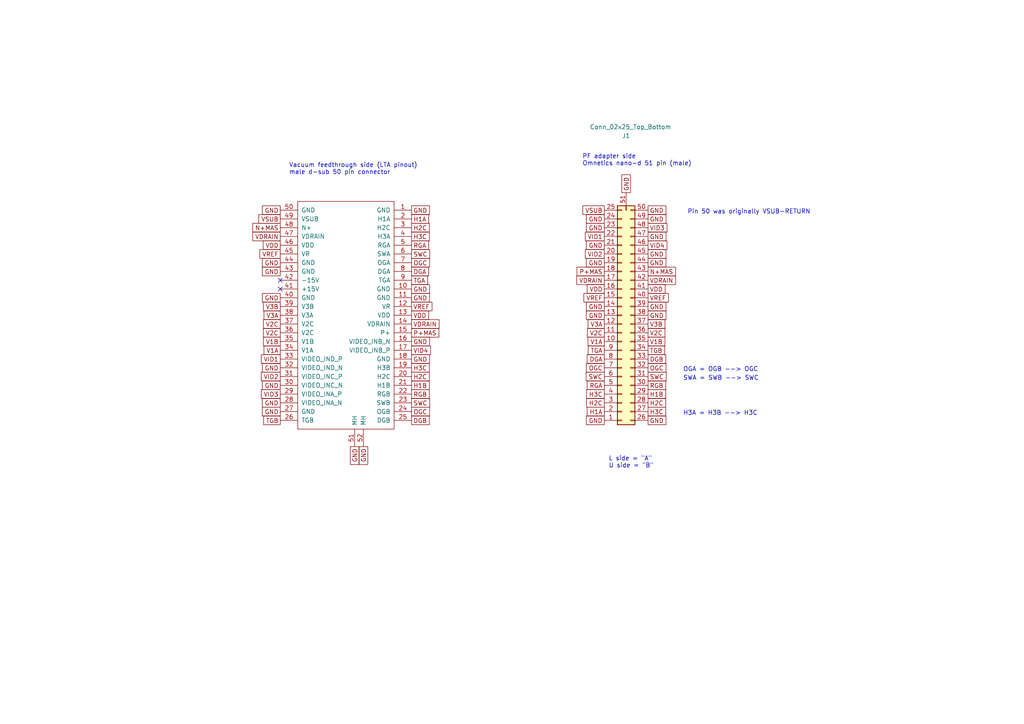
<source format=kicad_sch>
(kicad_sch (version 20230121) (generator eeschema)
  (paper "A4")
  (title_block (title "AstroDewar MAS Flex") (date "2024-02-26") (rev "1") (company "Lawrence Berkeley National Laboratory"))
  (lib_symbols
    (symbol "Connector_Generic:Conn_02x25_Top_Bottom" (pin_names (offset 1.016) hide)
      (property "Reference" "J1" (at 2.54 -43.18 0))
      (property "Value" "Conn_02x25_Top_Bottom" (at 2.54 -45.72 0))
      (symbol "Conn_02x25_Top_Bottom_1_1"
        (rectangle (start -1.27 -30.353) (end 0 -30.607) (stroke (width 0.1524)))
        (rectangle (start -1.27 -27.813) (end 0 -28.067) (stroke (width 0.1524)))
        (rectangle (start -1.27 -25.273) (end 0 -25.527) (stroke (width 0.1524)))
        (rectangle (start -1.27 -22.733) (end 0 -22.987) (stroke (width 0.1524)))
        (rectangle (start -1.27 -20.193) (end 0 -20.447) (stroke (width 0.1524)))
        (rectangle (start -1.27 -17.653) (end 0 -17.907) (stroke (width 0.1524)))
        (rectangle (start -1.27 -15.113) (end 0 -15.367) (stroke (width 0.1524)))
        (rectangle (start -1.27 -12.573) (end 0 -12.827) (stroke (width 0.1524)))
        (rectangle (start -1.27 -10.033) (end 0 -10.287) (stroke (width 0.1524)))
        (rectangle (start -1.27 -7.493) (end 0 -7.747) (stroke (width 0.1524)))
        (rectangle (start -1.27 -4.953) (end 0 -5.207) (stroke (width 0.1524)))
        (rectangle (start -1.27 -2.413) (end 0 -2.667) (stroke (width 0.1524)))
        (rectangle (start -1.27 0.127) (end 0 -0.127) (stroke (width 0.1524)))
        (rectangle (start -1.27 2.667) (end 0 2.413) (stroke (width 0.1524)))
        (rectangle (start -1.27 5.207) (end 0 4.953) (stroke (width 0.1524)))
        (rectangle (start -1.27 7.747) (end 0 7.493) (stroke (width 0.1524)))
        (rectangle (start -1.27 10.287) (end 0 10.033) (stroke (width 0.1524)))
        (rectangle (start -1.27 12.827) (end 0 12.573) (stroke (width 0.1524)))
        (rectangle (start -1.27 15.367) (end 0 15.113) (stroke (width 0.1524)))
        (rectangle (start -1.27 17.907) (end 0 17.653) (stroke (width 0.1524)))
        (rectangle (start -1.27 20.447) (end 0 20.193) (stroke (width 0.1524)))
        (rectangle (start -1.27 22.987) (end 0 22.733) (stroke (width 0.1524)))
        (rectangle (start -1.27 25.527) (end 0 25.273) (stroke (width 0.1524)))
        (rectangle (start -1.27 28.067) (end 0 27.813) (stroke (width 0.1524)))
        (rectangle (start -1.27 30.607) (end 0 30.353) (stroke (width 0.1524)))
        (rectangle (start -1.27 31.75) (end 3.81 -31.75) (stroke (width 0.254)) (fill (type background)))
        (rectangle (start 1.397 -30.48) (end 1.143 -31.75) (stroke (width 0.1524)))
        (rectangle (start 2.54 -30.353) (end 3.81 -30.607) (stroke (width 0.1524)))
        (rectangle (start 3.81 -27.813) (end 2.54 -28.067) (stroke (width 0.1524)))
        (rectangle (start 3.81 -25.273) (end 2.54 -25.527) (stroke (width 0.1524)))
        (rectangle (start 3.81 -22.733) (end 2.54 -22.987) (stroke (width 0.1524)))
        (rectangle (start 3.81 -20.193) (end 2.54 -20.447) (stroke (width 0.1524)))
        (rectangle (start 3.81 -17.653) (end 2.54 -17.907) (stroke (width 0.1524)))
        (rectangle (start 3.81 -15.113) (end 2.54 -15.367) (stroke (width 0.1524)))
        (rectangle (start 3.81 -12.573) (end 2.54 -12.827) (stroke (width 0.1524)))
        (rectangle (start 3.81 -10.033) (end 2.54 -10.287) (stroke (width 0.1524)))
        (rectangle (start 3.81 -7.493) (end 2.54 -7.747) (stroke (width 0.1524)))
        (rectangle (start 3.81 -4.953) (end 2.54 -5.207) (stroke (width 0.1524)))
        (rectangle (start 3.81 -2.413) (end 2.54 -2.667) (stroke (width 0.1524)))
        (rectangle (start 3.81 0.127) (end 2.54 -0.127) (stroke (width 0.1524)))
        (rectangle (start 3.81 2.667) (end 2.54 2.413) (stroke (width 0.1524)))
        (rectangle (start 3.81 5.207) (end 2.54 4.953) (stroke (width 0.1524)))
        (rectangle (start 3.81 7.747) (end 2.54 7.493) (stroke (width 0.1524)))
        (rectangle (start 3.81 10.287) (end 2.54 10.033) (stroke (width 0.1524)))
        (rectangle (start 3.81 12.827) (end 2.54 12.573) (stroke (width 0.1524)))
        (rectangle (start 3.81 15.367) (end 2.54 15.113) (stroke (width 0.1524)))
        (rectangle (start 3.81 17.907) (end 2.54 17.653) (stroke (width 0.1524)))
        (rectangle (start 3.81 20.447) (end 2.54 20.193) (stroke (width 0.1524)))
        (rectangle (start 3.81 22.987) (end 2.54 22.733) (stroke (width 0.1524)))
        (rectangle (start 3.81 25.527) (end 2.54 25.273) (stroke (width 0.1524)))
        (rectangle (start 3.81 28.067) (end 2.54 27.813) (stroke (width 0.1524)))
        (rectangle (start 3.81 30.607) (end 2.54 30.353) (stroke (width 0.1524)))
        (pin passive line (at -5.08 30.48 0) (length 3.81) (name "Pin_1") (number "1"))
        (pin passive line (at -5.08 7.62 0) (length 3.81) (name "Pin_10") (number "10"))
        (pin passive line (at -5.08 5.08 0) (length 3.81) (name "Pin_11") (number "11"))
        (pin passive line (at -5.08 2.54 0) (length 3.81) (name "Pin_12") (number "12"))
        (pin passive line (at -5.08 0 0) (length 3.81) (name "Pin_13") (number "13"))
        (pin passive line (at -5.08 -2.54 0) (length 3.81) (name "Pin_14") (number "14"))
        (pin passive line (at -5.08 -5.08 0) (length 3.81) (name "Pin_15") (number "15"))
        (pin passive line (at -5.08 -7.62 0) (length 3.81) (name "Pin_16") (number "16"))
        (pin passive line (at -5.08 -10.16 0) (length 3.81) (name "Pin_17") (number "17"))
        (pin passive line (at -5.08 -12.7 0) (length 3.81) (name "Pin_18") (number "18"))
        (pin passive line (at -5.08 -15.24 0) (length 3.81) (name "Pin_19") (number "19"))
        (pin passive line (at -5.08 27.94 0) (length 3.81) (name "Pin_2") (number "2"))
        (pin passive line (at -5.08 -17.78 0) (length 3.81) (name "Pin_20") (number "20"))
        (pin passive line (at -5.08 -20.32 0) (length 3.81) (name "Pin_21") (number "21"))
        (pin passive line (at -5.08 -22.86 0) (length 3.81) (name "Pin_22") (number "22"))
        (pin passive line (at -5.08 -25.4 0) (length 3.81) (name "Pin_23") (number "23"))
        (pin passive line (at -5.08 -27.94 0) (length 3.81) (name "Pin_24") (number "24"))
        (pin passive line (at -5.08 -30.48 0) (length 3.81) (name "Pin_25") (number "25"))
        (pin passive line (at 7.62 30.48 180) (length 3.81) (name "Pin_26") (number "26"))
        (pin passive line (at 7.62 27.94 180) (length 3.81) (name "Pin_27") (number "27"))
        (pin passive line (at 7.62 25.4 180) (length 3.81) (name "Pin_28") (number "28"))
        (pin passive line (at 7.62 22.86 180) (length 3.81) (name "Pin_29") (number "29"))
        (pin passive line (at -5.08 25.4 0) (length 3.81) (name "Pin_3") (number "3"))
        (pin passive line (at 7.62 20.32 180) (length 3.81) (name "Pin_30") (number "30"))
        (pin passive line (at 7.62 17.78 180) (length 3.81) (name "Pin_31") (number "31"))
        (pin passive line (at 7.62 15.24 180) (length 3.81) (name "Pin_32") (number "32"))
        (pin passive line (at 7.62 12.7 180) (length 3.81) (name "Pin_33") (number "33"))
        (pin passive line (at 7.62 10.16 180) (length 3.81) (name "Pin_34") (number "34"))
        (pin passive line (at 7.62 7.62 180) (length 3.81) (name "Pin_35") (number "35"))
        (pin passive line (at 7.62 5.08 180) (length 3.81) (name "Pin_36") (number "36"))
        (pin passive line (at 7.62 2.54 180) (length 3.81) (name "Pin_37") (number "37"))
        (pin passive line (at 7.62 0 180) (length 3.81) (name "Pin_38") (number "38"))
        (pin passive line (at 7.62 -2.54 180) (length 3.81) (name "Pin_39") (number "39"))
        (pin passive line (at -5.08 22.86 0) (length 3.81) (name "Pin_4") (number "4"))
        (pin passive line (at 7.62 -5.08 180) (length 3.81) (name "Pin_40") (number "40"))
        (pin passive line (at 7.62 -7.62 180) (length 3.81) (name "Pin_41") (number "41"))
        (pin passive line (at 7.62 -10.16 180) (length 3.81) (name "Pin_42") (number "42"))
        (pin passive line (at 7.62 -12.7 180) (length 3.81) (name "Pin_43") (number "43"))
        (pin passive line (at 7.62 -15.24 180) (length 3.81) (name "Pin_44") (number "44"))
        (pin passive line (at 7.62 -17.78 180) (length 3.81) (name "Pin_45") (number "45"))
        (pin passive line (at 7.62 -20.32 180) (length 3.81) (name "Pin_46") (number "46"))
        (pin passive line (at 7.62 -22.86 180) (length 3.81) (name "Pin_47") (number "47"))
        (pin passive line (at 7.62 -25.4 180) (length 3.81) (name "Pin_48") (number "48"))
        (pin passive line (at 7.62 -27.94 180) (length 3.81) (name "Pin_49") (number "49"))
        (pin passive line (at -5.08 20.32 0) (length 3.81) (name "Pin_5") (number "5"))
        (pin passive line (at 7.62 -30.48 180) (length 3.81) (name "Pin_50") (number "50"))
        (pin passive line (at 1.27 -35.56 90) (length 3.81) (name "Pin_50") (number "51"))
        (pin passive line (at -5.08 17.78 0) (length 3.81) (name "Pin_6") (number "6"))
        (pin passive line (at -5.08 15.24 0) (length 3.81) (name "Pin_7") (number "7"))
        (pin passive line (at -5.08 12.7 0) (length 3.81) (name "Pin_8") (number "8"))
        (pin passive line (at -5.08 10.16 0) (length 3.81) (name "Pin_9") (number "9"))
      )
    )
    (symbol "projectSchLibrary:DB-50-LTA-V2" (pin_names (offset 1.016))
      (property "Reference" "U" (at 11.43 31.75 0))
      (property "Value" "DB-50-LTA-V2" (at -5.08 31.75 0))
      (symbol "DB-50-LTA-V2_0_1"
        (rectangle (start -13.97 30.48) (end 13.97 -35.56))
      )
      (symbol "DB-50-LTA-V2_1_1"
        (pin bidirectional line (at 19.05 27.94 180) (length 5.08) (name "GND") (number "1"))
        (pin bidirectional line (at 19.05 5.08 180) (length 5.08) (name "GND") (number "10"))
        (pin bidirectional line (at 19.05 2.54 180) (length 5.08) (name "GND") (number "11"))
        (pin bidirectional line (at 19.05 0 180) (length 5.08) (name "VR") (number "12"))
        (pin bidirectional line (at 19.05 -2.54 180) (length 5.08) (name "VDD") (number "13"))
        (pin bidirectional line (at 19.05 -5.08 180) (length 5.08) (name "VDRAIN") (number "14"))
        (pin bidirectional line (at 19.05 -7.62 180) (length 5.08) (name "P+") (number "15"))
        (pin bidirectional line (at 19.05 -10.16 180) (length 5.08) (name "VIDEO_INB_N") (number "16"))
        (pin bidirectional line (at 19.05 -12.7 180) (length 5.08) (name "VIDEO_INB_P") (number "17"))
        (pin bidirectional line (at 19.05 -15.24 180) (length 5.08) (name "GND") (number "18"))
        (pin bidirectional line (at 19.05 -17.78 180) (length 5.08) (name "H3B") (number "19"))
        (pin bidirectional line (at 19.05 25.4 180) (length 5.08) (name "H1A") (number "2"))
        (pin bidirectional line (at 19.05 -20.32 180) (length 5.08) (name "H2C") (number "20"))
        (pin bidirectional line (at 19.05 -22.86 180) (length 5.08) (name "H1B") (number "21"))
        (pin bidirectional line (at 19.05 -25.4 180) (length 5.08) (name "RGB") (number "22"))
        (pin bidirectional line (at 19.05 -27.94 180) (length 5.08) (name "SWB") (number "23"))
        (pin bidirectional line (at 19.05 -30.48 180) (length 5.08) (name "OGB") (number "24"))
        (pin bidirectional line (at 19.05 -33.02 180) (length 5.08) (name "DGB") (number "25"))
        (pin bidirectional line (at -19.05 -33.02 0) (length 5.08) (name "TGB") (number "26"))
        (pin bidirectional line (at -19.05 -30.48 0) (length 5.08) (name "GND") (number "27"))
        (pin bidirectional line (at -19.05 -27.94 0) (length 5.08) (name "VIDEO_INA_N") (number "28"))
        (pin bidirectional line (at -19.05 -25.4 0) (length 5.08) (name "VIDEO_INA_P") (number "29"))
        (pin input line (at 19.05 22.86 180) (length 5.08) (name "H2C") (number "3"))
        (pin bidirectional line (at -19.05 -22.86 0) (length 5.08) (name "VIDEO_INC_N") (number "30"))
        (pin bidirectional line (at -19.05 -20.32 0) (length 5.08) (name "VIDEO_INC_P") (number "31"))
        (pin bidirectional line (at -19.05 -17.78 0) (length 5.08) (name "VIDEO_IND_N") (number "32"))
        (pin bidirectional line (at -19.05 -15.24 0) (length 5.08) (name "VIDEO_IND_P") (number "33"))
        (pin bidirectional line (at -19.05 -12.7 0) (length 5.08) (name "V1A") (number "34"))
        (pin bidirectional line (at -19.05 -10.16 0) (length 5.08) (name "V1B") (number "35"))
        (pin bidirectional line (at -19.05 -7.62 0) (length 5.08) (name "V2C") (number "36"))
        (pin bidirectional line (at -19.05 -5.08 0) (length 5.08) (name "V2C") (number "37"))
        (pin bidirectional line (at -19.05 -2.54 0) (length 5.08) (name "V3A") (number "38"))
        (pin bidirectional line (at -19.05 0 0) (length 5.08) (name "V3B") (number "39"))
        (pin bidirectional line (at 19.05 20.32 180) (length 5.08) (name "H3A") (number "4"))
        (pin bidirectional line (at -19.05 2.54 0) (length 5.08) (name "GND") (number "40"))
        (pin bidirectional line (at -19.05 5.08 0) (length 5.08) (name "+15V") (number "41"))
        (pin bidirectional line (at -19.05 7.62 0) (length 5.08) (name "-15V") (number "42"))
        (pin bidirectional line (at -19.05 10.16 0) (length 5.08) (name "GND") (number "43"))
        (pin bidirectional line (at -19.05 12.7 0) (length 5.08) (name "GND") (number "44"))
        (pin bidirectional line (at -19.05 15.24 0) (length 5.08) (name "VR") (number "45"))
        (pin bidirectional line (at -19.05 17.78 0) (length 5.08) (name "VDD") (number "46"))
        (pin bidirectional line (at -19.05 20.32 0) (length 5.08) (name "VDRAIN") (number "47"))
        (pin bidirectional line (at -19.05 22.86 0) (length 5.08) (name "N+") (number "48"))
        (pin bidirectional line (at -19.05 25.4 0) (length 5.08) (name "VSUB") (number "49"))
        (pin bidirectional line (at 19.05 17.78 180) (length 5.08) (name "RGA") (number "5"))
        (pin bidirectional line (at -19.05 27.94 0) (length 5.08) (name "GND") (number "50"))
        (pin bidirectional line (at 2.54 -40.64 90) (length 5.08) (name "MH") (number "51"))
        (pin bidirectional line (at 5.08 -40.64 90) (length 5.08) (name "MH") (number "52"))
        (pin bidirectional line (at 19.05 15.24 180) (length 5.08) (name "SWA") (number "6"))
        (pin bidirectional line (at 19.05 12.7 180) (length 5.08) (name "OGA") (number "7"))
        (pin bidirectional line (at 19.05 10.16 180) (length 5.08) (name "DGA") (number "8"))
        (pin bidirectional line (at 19.05 7.62 180) (length 5.08) (name "TGA") (number "9"))
      )
    )
  )
  (no_connect (at 81.28 81.28))
  (no_connect (at 81.28 83.82))
  (text "L side = \"A\"\nU side = \"B\"" (at 176.53 135.89 0) (effects (font (size 1.27 1.27)) (justify left bottom)))
  (text "H3A = H3B --> H3C" (at 198.12 120.65 0) (effects (font (size 1.27 1.27)) (justify left bottom)))
  (text "PF adapter side\nOmnetics nano-d 51 pin (male)" (at 168.91 48.26 0) (effects (font (size 1.27 1.27)) (justify left bottom)))
  (text "Vacuum feedthrough side (LTA pinout)\nmale d-sub 50 pin connector" (at 83.82 50.8 0) (effects (font (size 1.27 1.27)) (justify left bottom)))
  (text "OGA = OGB --> OGC" (at 198.12 107.95 0) (effects (font (size 1.27 1.27)) (justify left bottom)))
  (text "SWA = SWB --> SWC" (at 198.12 110.49 0) (effects (font (size 1.27 1.27)) (justify left bottom)))
  (text "Pin 50 was originally VSUB-RETURN" (at 199.39 62.23 0) (effects (font (size 1.27 1.27)) (justify left bottom)))
  (global_label "VDRAIN" (shape passive) (at 81.28 68.58 180) (property "Intersheetrefs" "${INTERSHEET_REFS}" (effects hide)))
  (global_label "GND" (shape passive) (at 181.61 55.88 90) (property "Intersheetrefs" "${INTERSHEET_REFS}" (effects hide)))
  (global_label "VID3" (shape passive) (at 81.28 114.3 180) (property "Intersheetrefs" "${INTERSHEET_REFS}" (effects hide)))
  (global_label "H3C" (shape passive) (at 119.38 106.68 0) (property "Intersheetrefs" "${INTERSHEET_REFS}" (effects hide)))
  (global_label "GND" (shape passive) (at 81.28 78.74 180) (property "Intersheetrefs" "${INTERSHEET_REFS}" (effects hide)))
  (global_label "VDD" (shape passive) (at 81.28 71.12 180) (property "Intersheetrefs" "${INTERSHEET_REFS}" (effects hide)))
  (global_label "GND" (shape passive) (at 187.96 76.2 0) (property "Intersheetrefs" "${INTERSHEET_REFS}" (effects hide)))
  (global_label "H2C" (shape passive) (at 119.38 109.22 0) (property "Intersheetrefs" "${INTERSHEET_REFS}" (effects hide)))
  (global_label "VREF" (shape passive) (at 119.38 88.9 0) (property "Intersheetrefs" "${INTERSHEET_REFS}" (effects hide)))
  (global_label "V3B" (shape passive) (at 81.28 88.9 180) (property "Intersheetrefs" "${INTERSHEET_REFS}" (effects hide)))
  (global_label "GND" (shape passive) (at 119.38 60.96 0) (property "Intersheetrefs" "${INTERSHEET_REFS}" (effects hide)))
  (global_label "VREF" (shape passive) (at 187.96 86.36 0) (property "Intersheetrefs" "${INTERSHEET_REFS}" (effects hide)))
  (global_label "VID1" (shape passive) (at 81.28 104.14 180) (property "Intersheetrefs" "${INTERSHEET_REFS}" (effects hide)))
  (global_label "GND" (shape passive) (at 175.26 91.44 180) (property "Intersheetrefs" "${INTERSHEET_REFS}" (effects hide)))
  (global_label "V1B" (shape passive) (at 81.28 99.06 180) (property "Intersheetrefs" "${INTERSHEET_REFS}" (effects hide)))
  (global_label "TGB" (shape passive) (at 187.96 101.6 0) (property "Intersheetrefs" "${INTERSHEET_REFS}" (effects hide)))
  (global_label "OGC" (shape passive) (at 119.38 119.38 0) (property "Intersheetrefs" "${INTERSHEET_REFS}" (effects hide)))
  (global_label "H1A" (shape passive) (at 175.26 119.38 180) (property "Intersheetrefs" "${INTERSHEET_REFS}" (effects hide)))
  (global_label "GND" (shape passive) (at 81.28 86.36 180) (property "Intersheetrefs" "${INTERSHEET_REFS}" (effects hide)))
  (global_label "GND" (shape passive) (at 105.41 129.54 270) (property "Intersheetrefs" "${INTERSHEET_REFS}" (effects hide)))
  (global_label "V3A" (shape passive) (at 81.28 91.44 180) (property "Intersheetrefs" "${INTERSHEET_REFS}" (effects hide)))
  (global_label "VID4" (shape passive) (at 119.38 101.6 0) (property "Intersheetrefs" "${INTERSHEET_REFS}" (effects hide)))
  (global_label "GND" (shape passive) (at 187.96 121.92 0) (property "Intersheetrefs" "${INTERSHEET_REFS}" (effects hide)))
  (global_label "GND" (shape passive) (at 175.26 71.12 180) (property "Intersheetrefs" "${INTERSHEET_REFS}" (effects hide)))
  (global_label "VID2" (shape passive) (at 175.26 73.66 180) (property "Intersheetrefs" "${INTERSHEET_REFS}" (effects hide)))
  (global_label "GND" (shape passive) (at 81.28 106.68 180) (property "Intersheetrefs" "${INTERSHEET_REFS}" (effects hide)))
  (global_label "OGC" (shape passive) (at 187.96 106.68 0) (property "Intersheetrefs" "${INTERSHEET_REFS}" (effects hide)))
  (global_label "VDD" (shape passive) (at 187.96 83.82 0) (property "Intersheetrefs" "${INTERSHEET_REFS}" (effects hide)))
  (global_label "H3C" (shape passive) (at 119.38 68.58 0) (property "Intersheetrefs" "${INTERSHEET_REFS}" (effects hide)))
  (global_label "TGA" (shape passive) (at 119.38 81.28 0) (property "Intersheetrefs" "${INTERSHEET_REFS}" (effects hide)))
  (global_label "DGB" (shape passive) (at 119.38 121.92 0) (property "Intersheetrefs" "${INTERSHEET_REFS}" (effects hide)))
  (global_label "H2C" (shape passive) (at 175.26 116.84 180) (property "Intersheetrefs" "${INTERSHEET_REFS}" (effects hide)))
  (global_label "TGA" (shape passive) (at 175.26 101.6 180) (property "Intersheetrefs" "${INTERSHEET_REFS}" (effects hide)))
  (global_label "V2C" (shape passive) (at 187.96 96.52 0) (property "Intersheetrefs" "${INTERSHEET_REFS}" (effects hide)))
  (global_label "DGA" (shape passive) (at 119.38 78.74 0) (property "Intersheetrefs" "${INTERSHEET_REFS}" (effects hide)))
  (global_label "GND" (shape passive) (at 187.96 68.58 0) (property "Intersheetrefs" "${INTERSHEET_REFS}" (effects hide)))
  (global_label "H3C" (shape passive) (at 175.26 114.3 180) (property "Intersheetrefs" "${INTERSHEET_REFS}" (effects hide)))
  (global_label "SWC" (shape passive) (at 175.26 109.22 180) (property "Intersheetrefs" "${INTERSHEET_REFS}" (effects hide)))
  (global_label "GND" (shape passive) (at 175.26 76.2 180) (property "Intersheetrefs" "${INTERSHEET_REFS}" (effects hide)))
  (global_label "GND" (shape passive) (at 102.87 129.54 270) (property "Intersheetrefs" "${INTERSHEET_REFS}" (effects hide)))
  (global_label "VDRAIN" (shape passive) (at 119.38 93.98 0) (property "Intersheetrefs" "${INTERSHEET_REFS}" (effects hide)))
  (global_label "GND" (shape passive) (at 187.96 91.44 0) (property "Intersheetrefs" "${INTERSHEET_REFS}" (effects hide)))
  (global_label "VDD" (shape passive) (at 119.38 91.44 0) (property "Intersheetrefs" "${INTERSHEET_REFS}" (effects hide)))
  (global_label "VSUB" (shape passive) (at 175.26 60.96 180) (property "Intersheetrefs" "${INTERSHEET_REFS}" (effects hide)))
  (global_label "GND" (shape passive) (at 175.26 121.92 180) (property "Intersheetrefs" "${INTERSHEET_REFS}" (effects hide)))
  (global_label "OGC" (shape passive) (at 119.38 76.2 0) (property "Intersheetrefs" "${INTERSHEET_REFS}" (effects hide)))
  (global_label "SWC" (shape passive) (at 187.96 109.22 0) (property "Intersheetrefs" "${INTERSHEET_REFS}" (effects hide)))
  (global_label "GND" (shape passive) (at 119.38 99.06 0) (property "Intersheetrefs" "${INTERSHEET_REFS}" (effects hide)))
  (global_label "GND" (shape passive) (at 81.28 119.38 180) (property "Intersheetrefs" "${INTERSHEET_REFS}" (effects hide)))
  (global_label "V3B" (shape passive) (at 187.96 93.98 0) (property "Intersheetrefs" "${INTERSHEET_REFS}" (effects hide)))
  (global_label "VID2" (shape passive) (at 81.28 109.22 180) (property "Intersheetrefs" "${INTERSHEET_REFS}" (effects hide)))
  (global_label "VID1" (shape passive) (at 175.26 68.58 180) (property "Intersheetrefs" "${INTERSHEET_REFS}" (effects hide)))
  (global_label "GND" (shape passive) (at 119.38 86.36 0) (property "Intersheetrefs" "${INTERSHEET_REFS}" (effects hide)))
  (global_label "RGB" (shape passive) (at 119.38 114.3 0) (property "Intersheetrefs" "${INTERSHEET_REFS}" (effects hide)))
  (global_label "GND" (shape passive) (at 81.28 111.76 180) (property "Intersheetrefs" "${INTERSHEET_REFS}" (effects hide)))
  (global_label "VDD" (shape passive) (at 175.26 83.82 180) (property "Intersheetrefs" "${INTERSHEET_REFS}" (effects hide)))
  (global_label "N+MAS" (shape passive) (at 81.28 66.04 180) (property "Intersheetrefs" "${INTERSHEET_REFS}" (effects hide)))
  (global_label "V2C" (shape passive) (at 81.28 96.52 180) (property "Intersheetrefs" "${INTERSHEET_REFS}" (effects hide)))
  (global_label "GND" (shape passive) (at 187.96 63.5 0) (property "Intersheetrefs" "${INTERSHEET_REFS}" (effects hide)))
  (global_label "H3C" (shape passive) (at 187.96 119.38 0) (property "Intersheetrefs" "${INTERSHEET_REFS}" (effects hide)))
  (global_label "VDRAIN" (shape passive) (at 187.96 81.28 0) (property "Intersheetrefs" "${INTERSHEET_REFS}" (effects hide)))
  (global_label "GND" (shape passive) (at 175.26 66.04 180) (property "Intersheetrefs" "${INTERSHEET_REFS}" (effects hide)))
  (global_label "GND" (shape passive) (at 175.26 88.9 180) (property "Intersheetrefs" "${INTERSHEET_REFS}" (effects hide)))
  (global_label "DGB" (shape passive) (at 187.96 104.14 0) (property "Intersheetrefs" "${INTERSHEET_REFS}" (effects hide)))
  (global_label "H1B" (shape passive) (at 187.96 114.3 0) (property "Intersheetrefs" "${INTERSHEET_REFS}" (effects hide)))
  (global_label "H1A" (shape passive) (at 119.38 63.5 0) (property "Intersheetrefs" "${INTERSHEET_REFS}" (effects hide)))
  (global_label "H2C" (shape passive) (at 187.96 116.84 0) (property "Intersheetrefs" "${INTERSHEET_REFS}" (effects hide)))
  (global_label "GND" (shape passive) (at 81.28 76.2 180) (property "Intersheetrefs" "${INTERSHEET_REFS}" (effects hide)))
  (global_label "GND" (shape passive) (at 187.96 73.66 0) (property "Intersheetrefs" "${INTERSHEET_REFS}" (effects hide)))
  (global_label "GND" (shape passive) (at 119.38 104.14 0) (property "Intersheetrefs" "${INTERSHEET_REFS}" (effects hide)))
  (global_label "P+MAS" (shape passive) (at 175.26 78.74 180) (property "Intersheetrefs" "${INTERSHEET_REFS}" (effects hide)))
  (global_label "V1B" (shape passive) (at 187.96 99.06 0) (property "Intersheetrefs" "${INTERSHEET_REFS}" (effects hide)))
  (global_label "N+MAS" (shape passive) (at 187.96 78.74 0) (property "Intersheetrefs" "${INTERSHEET_REFS}" (effects hide)))
  (global_label "GND" (shape passive) (at 175.26 63.5 180) (property "Intersheetrefs" "${INTERSHEET_REFS}" (effects hide)))
  (global_label "V2C" (shape passive) (at 175.26 96.52 180) (property "Intersheetrefs" "${INTERSHEET_REFS}" (effects hide)))
  (global_label "GND" (shape passive) (at 187.96 60.96 0) (property "Intersheetrefs" "${INTERSHEET_REFS}" (effects hide)))
  (global_label "VDRAIN" (shape passive) (at 175.26 81.28 180) (property "Intersheetrefs" "${INTERSHEET_REFS}" (effects hide)))
  (global_label "SWC" (shape passive) (at 119.38 116.84 0) (property "Intersheetrefs" "${INTERSHEET_REFS}" (effects hide)))
  (global_label "VID3" (shape passive) (at 187.96 66.04 0) (property "Intersheetrefs" "${INTERSHEET_REFS}" (effects hide)))
  (global_label "RGA" (shape passive) (at 175.26 111.76 180) (property "Intersheetrefs" "${INTERSHEET_REFS}" (effects hide)))
  (global_label "H2C" (shape passive) (at 119.38 66.04 0) (property "Intersheetrefs" "${INTERSHEET_REFS}" (effects hide)))
  (global_label "VREF" (shape passive) (at 175.26 86.36 180) (property "Intersheetrefs" "${INTERSHEET_REFS}" (effects hide)))
  (global_label "VSUB" (shape passive) (at 81.28 63.5 180) (property "Intersheetrefs" "${INTERSHEET_REFS}" (effects hide)))
  (global_label "VREF" (shape passive) (at 81.28 73.66 180) (property "Intersheetrefs" "${INTERSHEET_REFS}" (effects hide)))
  (global_label "SWC" (shape passive) (at 119.38 73.66 0) (property "Intersheetrefs" "${INTERSHEET_REFS}" (effects hide)))
  (global_label "V1A" (shape passive) (at 81.28 101.6 180) (property "Intersheetrefs" "${INTERSHEET_REFS}" (effects hide)))
  (global_label "RGB" (shape passive) (at 187.96 111.76 0) (property "Intersheetrefs" "${INTERSHEET_REFS}" (effects hide)))
  (global_label "H1B" (shape passive) (at 119.38 111.76 0) (property "Intersheetrefs" "${INTERSHEET_REFS}" (effects hide)))
  (global_label "GND" (shape passive) (at 81.28 60.96 180) (property "Intersheetrefs" "${INTERSHEET_REFS}" (effects hide)))
  (global_label "DGA" (shape passive) (at 175.26 104.14 180) (property "Intersheetrefs" "${INTERSHEET_REFS}" (effects hide)))
  (global_label "OGC" (shape passive) (at 175.26 106.68 180) (property "Intersheetrefs" "${INTERSHEET_REFS}" (effects hide)))
  (global_label "GND" (shape passive) (at 187.96 88.9 0) (property "Intersheetrefs" "${INTERSHEET_REFS}" (effects hide)))
  (global_label "TGB" (shape passive) (at 81.28 121.92 180) (property "Intersheetrefs" "${INTERSHEET_REFS}" (effects hide)))
  (global_label "V2C" (shape passive) (at 81.28 93.98 180) (property "Intersheetrefs" "${INTERSHEET_REFS}" (effects hide)))
  (global_label "VID4" (shape passive) (at 187.96 71.12 0) (property "Intersheetrefs" "${INTERSHEET_REFS}" (effects hide)))
  (global_label "V3A" (shape passive) (at 175.26 93.98 180) (property "Intersheetrefs" "${INTERSHEET_REFS}" (effects hide)))
  (global_label "GND" (shape passive) (at 81.28 116.84 180) (property "Intersheetrefs" "${INTERSHEET_REFS}" (effects hide)))
  (global_label "RGA" (shape passive) (at 119.38 71.12 0) (property "Intersheetrefs" "${INTERSHEET_REFS}" (effects hide)))
  (global_label "GND" (shape passive) (at 119.38 83.82 0) (property "Intersheetrefs" "${INTERSHEET_REFS}" (effects hide)))
  (global_label "P+MAS" (shape passive) (at 119.38 96.52 0) (property "Intersheetrefs" "${INTERSHEET_REFS}" (effects hide)))
  (global_label "V1A" (shape passive) (at 175.26 99.06 180) (property "Intersheetrefs" "${INTERSHEET_REFS}" (effects hide)))
  (symbol (lib_id "Connector_Generic:Conn_02x25_Top_Bottom") (at 180.34 91.44 0) (mirror x) (unit 1)
    (property "Reference" "J1" (at 181.61 39.37 0))
    (property "Value" "Conn_02x25_Top_Bottom" (at 182.88 36.83 0))
    (property "Footprint" "projectFootprints:Omnetics_A28500-051_vertmount" (effects hide))
  )
  (symbol (lib_id "projectSchLibrary:DB-50-LTA-V2") (at 100.33 88.9 0) (unit 1)
    (property "Reference" "U1" (effects hide))
    (property "Value" "DB-50-LTA-V2" (effects hide))
    (property "Footprint" "projectFootprints:DB50-Female-RightAngle-1195-5050-ND" (effects hide))
  )
)
</source>
